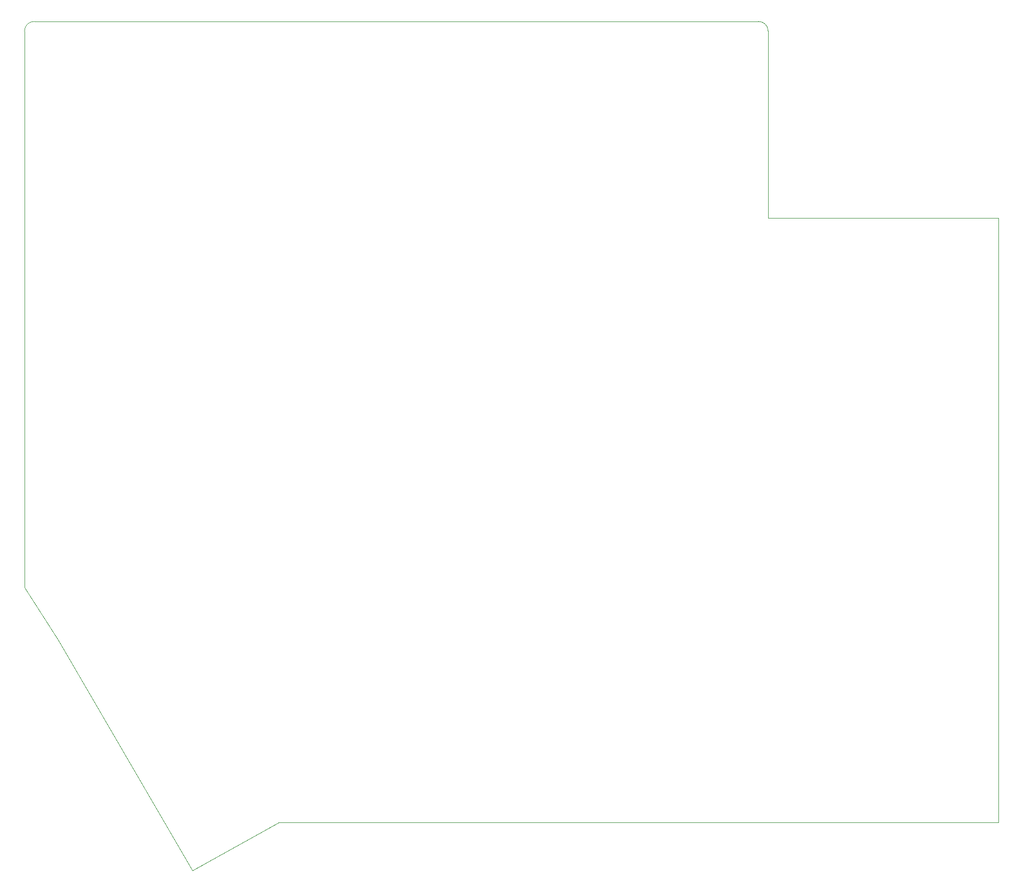
<source format=gm1>
G04 #@! TF.GenerationSoftware,KiCad,Pcbnew,5.1.10*
G04 #@! TF.CreationDate,2021-06-18T20:02:43-04:00*
G04 #@! TF.ProjectId,v02_right,7630325f-7269-4676-9874-2e6b69636164,rev?*
G04 #@! TF.SameCoordinates,Original*
G04 #@! TF.FileFunction,Profile,NP*
%FSLAX46Y46*%
G04 Gerber Fmt 4.6, Leading zero omitted, Abs format (unit mm)*
G04 Created by KiCad (PCBNEW 5.1.10) date 2021-06-18 20:02:43*
%MOMM*%
%LPD*%
G01*
G04 APERTURE LIST*
G04 #@! TA.AperFunction,Profile*
%ADD10C,0.050000*%
G04 #@! TD*
G04 APERTURE END LIST*
D10*
X-171450000Y-117475000D02*
X-177006250Y-108743750D01*
X-177006250Y-16668750D02*
X-177006250Y-108743750D01*
X-149225000Y-155575000D02*
X-171450000Y-117475000D01*
X-134937500Y-147637500D02*
X-149225000Y-155575000D01*
X-177006250Y-16668750D02*
G75*
G02*
X-175418750Y-15081250I1587500J0D01*
G01*
X-55562500Y-15081250D02*
G75*
G02*
X-53975000Y-16668750I0J-1587500D01*
G01*
X-15875000Y-147637500D02*
X-15875000Y-47625000D01*
X-15875000Y-147637500D02*
X-134937500Y-147637500D01*
X-175418750Y-15081250D02*
X-55562500Y-15081250D01*
X-53975000Y-47625000D02*
X-53975000Y-16668750D01*
X-53975000Y-47625000D02*
X-15875000Y-47625000D01*
M02*

</source>
